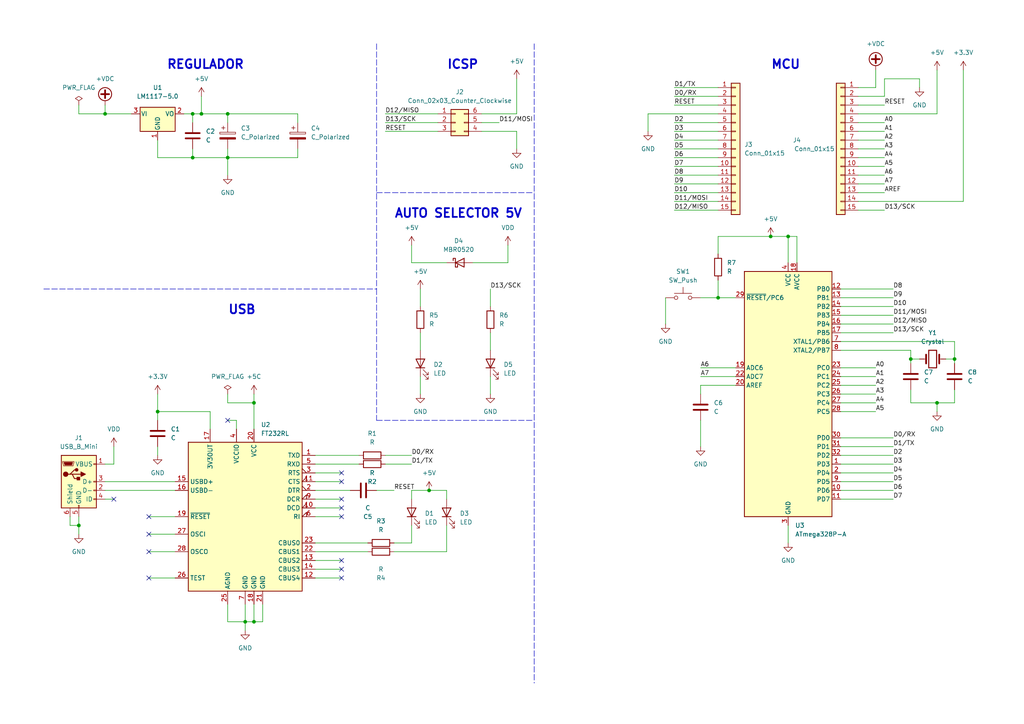
<source format=kicad_sch>
(kicad_sch (version 20211123) (generator eeschema)
  (paper "A4")
  (title_block (title "ARDUINO NANO") (date "2022-07-28") (rev "V1.0") (company "AUTOR: ROBERTO FEDERICO FARFAN") (comment 1 "Licencia: CC BY-NC-SA"))
  (lib_symbols
    (symbol "Connector:USB_B_Mini" (pin_names (offset 1.016))
      (property "Reference" "J" (at -5.08 11.43 0))
      (property "Value" "USB_B_Mini" (at -5.08 8.89 0))
      (symbol "USB_B_Mini_0_1"
        (rectangle (start -5.08 -7.62) (end 5.08 7.62) (stroke (width 0.254)) (fill (type background)))
        (circle (center -3.81 2.159) (radius 0.635) (stroke (width 0.254)) (fill (type outline)))
        (circle (center -0.635 3.429) (radius 0.381) (stroke (width 0.254)) (fill (type outline)))
        (rectangle (start -0.127 -7.62) (end 0.127 -6.858))
        (polyline (pts (xy -1.905 2.159) (xy 0.635 2.159)) (stroke (width 0.254)))
        (polyline (pts (xy -3.175 2.159) (xy -2.54 2.159) (xy -1.27 3.429) (xy -0.635 3.429)) (stroke (width 0.254)))
        (polyline (pts (xy -2.54 2.159) (xy -1.905 2.159) (xy -1.27 0.889) (xy 0 0.889)) (stroke (width 0.254)))
        (polyline (pts (xy 0.635 2.794) (xy 0.635 1.524) (xy 1.905 2.159) (xy 0.635 2.794)) (stroke (width 0.254)) (fill (type outline)))
        (polyline (pts (xy -4.318 5.588) (xy -1.778 5.588) (xy -2.032 4.826) (xy -4.064 4.826) (xy -4.318 5.588)) (fill (type outline)))
        (polyline (pts (xy -4.699 5.842) (xy -4.699 5.588) (xy -4.445 4.826) (xy -4.445 4.572) (xy -1.651 4.572) (xy -1.651 4.826) (xy -1.397 5.588) (xy -1.397 5.842) (xy -4.699 5.842)))
        (rectangle (start 0.254 1.27) (end -0.508 0.508) (stroke (width 0.254)) (fill (type outline)))
        (rectangle (start 5.08 -5.207) (end 4.318 -4.953))
        (rectangle (start 5.08 -2.667) (end 4.318 -2.413))
        (rectangle (start 5.08 -0.127) (end 4.318 0.127))
        (rectangle (start 5.08 4.953) (end 4.318 5.207))
      )
      (symbol "USB_B_Mini_1_1"
        (pin power_out line (at 7.62 5.08 180) (length 2.54) (name "VBUS") (number "1"))
        (pin bidirectional line (at 7.62 -2.54 180) (length 2.54) (name "D-") (number "2"))
        (pin bidirectional line (at 7.62 0 180) (length 2.54) (name "D+") (number "3"))
        (pin passive line (at 7.62 -5.08 180) (length 2.54) (name "ID") (number "4"))
        (pin power_out line (at 0 -10.16 90) (length 2.54) (name "GND") (number "5"))
        (pin passive line (at -2.54 -10.16 90) (length 2.54) (name "Shield") (number "6"))
      )
    )
    (symbol "Connector_Generic:Conn_01x15" (pin_names (offset 1.016) hide)
      (property "Reference" "J" (at 0 20.32 0))
      (property "Value" "Conn_01x15" (at 0 -20.32 0))
      (symbol "Conn_01x15_1_1"
        (rectangle (start -1.27 -17.653) (end 0 -17.907) (stroke (width 0.1524)))
        (rectangle (start -1.27 -15.113) (end 0 -15.367) (stroke (width 0.1524)))
        (rectangle (start -1.27 -12.573) (end 0 -12.827) (stroke (width 0.1524)))
        (rectangle (start -1.27 -10.033) (end 0 -10.287) (stroke (width 0.1524)))
        (rectangle (start -1.27 -7.493) (end 0 -7.747) (stroke (width 0.1524)))
        (rectangle (start -1.27 -4.953) (end 0 -5.207) (stroke (width 0.1524)))
        (rectangle (start -1.27 -2.413) (end 0 -2.667) (stroke (width 0.1524)))
        (rectangle (start -1.27 0.127) (end 0 -0.127) (stroke (width 0.1524)))
        (rectangle (start -1.27 2.667) (end 0 2.413) (stroke (width 0.1524)))
        (rectangle (start -1.27 5.207) (end 0 4.953) (stroke (width 0.1524)))
        (rectangle (start -1.27 7.747) (end 0 7.493) (stroke (width 0.1524)))
        (rectangle (start -1.27 10.287) (end 0 10.033) (stroke (width 0.1524)))
        (rectangle (start -1.27 12.827) (end 0 12.573) (stroke (width 0.1524)))
        (rectangle (start -1.27 15.367) (end 0 15.113) (stroke (width 0.1524)))
        (rectangle (start -1.27 17.907) (end 0 17.653) (stroke (width 0.1524)))
        (rectangle (start -1.27 19.05) (end 1.27 -19.05) (stroke (width 0.254)) (fill (type background)))
        (pin passive line (at -5.08 17.78 0) (length 3.81) (name "Pin_1") (number "1"))
        (pin passive line (at -5.08 -5.08 0) (length 3.81) (name "Pin_10") (number "10"))
        (pin passive line (at -5.08 -7.62 0) (length 3.81) (name "Pin_11") (number "11"))
        (pin passive line (at -5.08 -10.16 0) (length 3.81) (name "Pin_12") (number "12"))
        (pin passive line (at -5.08 -12.7 0) (length 3.81) (name "Pin_13") (number "13"))
        (pin passive line (at -5.08 -15.24 0) (length 3.81) (name "Pin_14") (number "14"))
        (pin passive line (at -5.08 -17.78 0) (length 3.81) (name "Pin_15") (number "15"))
        (pin passive line (at -5.08 15.24 0) (length 3.81) (name "Pin_2") (number "2"))
        (pin passive line (at -5.08 12.7 0) (length 3.81) (name "Pin_3") (number "3"))
        (pin passive line (at -5.08 10.16 0) (length 3.81) (name "Pin_4") (number "4"))
        (pin passive line (at -5.08 7.62 0) (length 3.81) (name "Pin_5") (number "5"))
        (pin passive line (at -5.08 5.08 0) (length 3.81) (name "Pin_6") (number "6"))
        (pin passive line (at -5.08 2.54 0) (length 3.81) (name "Pin_7") (number "7"))
        (pin passive line (at -5.08 0 0) (length 3.81) (name "Pin_8") (number "8"))
        (pin passive line (at -5.08 -2.54 0) (length 3.81) (name "Pin_9") (number "9"))
      )
    )
    (symbol "Connector_Generic:Conn_02x03_Counter_Clockwise" (pin_names (offset 1.016) hide)
      (property "Reference" "J" (at 1.27 5.08 0))
      (property "Value" "Conn_02x03_Counter_Clockwise" (at 1.27 -5.08 0))
      (symbol "Conn_02x03_Counter_Clockwise_1_1"
        (rectangle (start -1.27 -2.413) (end 0 -2.667) (stroke (width 0.1524)))
        (rectangle (start -1.27 0.127) (end 0 -0.127) (stroke (width 0.1524)))
        (rectangle (start -1.27 2.667) (end 0 2.413) (stroke (width 0.1524)))
        (rectangle (start -1.27 3.81) (end 3.81 -3.81) (stroke (width 0.254)) (fill (type background)))
        (rectangle (start 3.81 -2.413) (end 2.54 -2.667) (stroke (width 0.1524)))
        (rectangle (start 3.81 0.127) (end 2.54 -0.127) (stroke (width 0.1524)))
        (rectangle (start 3.81 2.667) (end 2.54 2.413) (stroke (width 0.1524)))
        (pin passive line (at -5.08 2.54 0) (length 3.81) (name "Pin_1") (number "1"))
        (pin passive line (at -5.08 0 0) (length 3.81) (name "Pin_2") (number "2"))
        (pin passive line (at -5.08 -2.54 0) (length 3.81) (name "Pin_3") (number "3"))
        (pin passive line (at 7.62 -2.54 180) (length 3.81) (name "Pin_4") (number "4"))
        (pin passive line (at 7.62 0 180) (length 3.81) (name "Pin_5") (number "5"))
        (pin passive line (at 7.62 2.54 180) (length 3.81) (name "Pin_6") (number "6"))
      )
    )
    (symbol "Device:C" (pin_numbers hide) (pin_names (offset 0.254))
      (property "Reference" "C" (at 0.635 2.54 0))
      (property "Value" "C" (at 0.635 -2.54 0))
      (symbol "C_0_1"
        (polyline (pts (xy -2.032 -0.762) (xy 2.032 -0.762)) (stroke (width 0.508)))
        (polyline (pts (xy -2.032 0.762) (xy 2.032 0.762)) (stroke (width 0.508)))
      )
      (symbol "C_1_1"
        (pin passive line (at 0 3.81 270) (length 2.794) (name "~") (number "1"))
        (pin passive line (at 0 -3.81 90) (length 2.794) (name "~") (number "2"))
      )
    )
    (symbol "Device:C_Polarized" (pin_numbers hide) (pin_names (offset 0.254))
      (property "Reference" "C" (at 0.635 2.54 0))
      (property "Value" "C_Polarized" (at 0.635 -2.54 0))
      (symbol "C_Polarized_0_1"
        (rectangle (start -2.286 0.508) (end 2.286 1.016))
        (polyline (pts (xy -1.778 2.286) (xy -0.762 2.286)))
        (polyline (pts (xy -1.27 2.794) (xy -1.27 1.778)))
        (rectangle (start 2.286 -0.508) (end -2.286 -1.016) (fill (type outline)))
      )
      (symbol "C_Polarized_1_1"
        (pin passive line (at 0 3.81 270) (length 2.794) (name "~") (number "1"))
        (pin passive line (at 0 -3.81 90) (length 2.794) (name "~") (number "2"))
      )
    )
    (symbol "Device:Crystal" (pin_numbers hide) (pin_names (offset 1.016) hide)
      (property "Reference" "Y" (at 0 3.81 0))
      (property "Value" "Crystal" (at 0 -3.81 0))
      (symbol "Crystal_0_1"
        (rectangle (start -1.143 2.54) (end 1.143 -2.54) (stroke (width 0.3048)))
        (polyline (pts (xy -2.54 0) (xy -1.905 0)))
        (polyline (pts (xy -1.905 -1.27) (xy -1.905 1.27)) (stroke (width 0.508)))
        (polyline (pts (xy 1.905 -1.27) (xy 1.905 1.27)) (stroke (width 0.508)))
        (polyline (pts (xy 2.54 0) (xy 1.905 0)))
      )
      (symbol "Crystal_1_1"
        (pin passive line (at -3.81 0 0) (length 1.27) (name "1") (number "1"))
        (pin passive line (at 3.81 0 180) (length 1.27) (name "2") (number "2"))
      )
    )
    (symbol "Device:LED" (pin_numbers hide) (pin_names (offset 1.016) hide)
      (property "Reference" "D" (at 0 2.54 0))
      (property "Value" "LED" (at 0 -2.54 0))
      (symbol "LED_0_1"
        (polyline (pts (xy -1.27 -1.27) (xy -1.27 1.27)) (stroke (width 0.254)))
        (polyline (pts (xy -1.27 0) (xy 1.27 0)))
        (polyline (pts (xy 1.27 -1.27) (xy 1.27 1.27) (xy -1.27 0) (xy 1.27 -1.27)) (stroke (width 0.254)))
        (polyline (pts (xy -3.048 -0.762) (xy -4.572 -2.286) (xy -3.81 -2.286) (xy -4.572 -2.286) (xy -4.572 -1.524)))
        (polyline (pts (xy -1.778 -0.762) (xy -3.302 -2.286) (xy -2.54 -2.286) (xy -3.302 -2.286) (xy -3.302 -1.524)))
      )
      (symbol "LED_1_1"
        (pin passive line (at -3.81 0 0) (length 2.54) (name "K") (number "1"))
        (pin passive line (at 3.81 0 180) (length 2.54) (name "A") (number "2"))
      )
    )
    (symbol "Device:R" (pin_numbers hide) (pin_names (offset 0))
      (property "Reference" "R" (at 2.032 0 90))
      (property "Value" "R" (at 0 0 90))
      (symbol "R_0_1"
        (rectangle (start -1.016 -2.54) (end 1.016 2.54) (stroke (width 0.254)))
      )
      (symbol "R_1_1"
        (pin passive line (at 0 3.81 270) (length 1.27) (name "~") (number "1"))
        (pin passive line (at 0 -3.81 90) (length 1.27) (name "~") (number "2"))
      )
    )
    (symbol "Diode:MBR0520" (pin_numbers hide) (pin_names (offset 1.016) hide)
      (property "Reference" "D" (at 0 2.54 0))
      (property "Value" "MBR0520" (at 0 -2.54 0))
      (symbol "MBR0520_0_1"
        (polyline (pts (xy 1.27 0) (xy -1.27 0)))
        (polyline (pts (xy 1.27 1.27) (xy 1.27 -1.27) (xy -1.27 0) (xy 1.27 1.27)) (stroke (width 0.254)))
        (polyline (pts (xy -1.905 0.635) (xy -1.905 1.27) (xy -1.27 1.27) (xy -1.27 -1.27) (xy -0.635 -1.27) (xy -0.635 -0.635)) (stroke (width 0.254)))
      )
      (symbol "MBR0520_1_1"
        (pin passive line (at -3.81 0 0) (length 2.54) (name "K") (number "1"))
        (pin passive line (at 3.81 0 180) (length 2.54) (name "A") (number "2"))
      )
    )
    (symbol "Interface_USB:FT232RL"
      (property "Reference" "U?" (at 4.5594 26.67 0))
      (property "Value" "FT232RL" (at 4.5594 24.13 0))
      (symbol "FT232RL_0_1"
        (rectangle (start -16.51 21.59) (end 16.51 -21.59) (stroke (width 0.254)) (fill (type background)))
      )
      (symbol "FT232RL_1_1"
        (pin output line (at 20.32 17.78 180) (length 3.81) (name "TXD") (number "1"))
        (pin input input_low (at 20.32 2.54 180) (length 3.81) (name "DCD") (number "10"))
        (pin input input_low (at 20.32 10.16 180) (length 3.81) (name "CTS") (number "11"))
        (pin bidirectional line (at 20.32 -17.78 180) (length 3.81) (name "CBUS4") (number "12"))
        (pin bidirectional line (at 20.32 -12.7 180) (length 3.81) (name "CBUS2") (number "13"))
        (pin bidirectional line (at 20.32 -15.24 180) (length 3.81) (name "CBUS3") (number "14"))
        (pin bidirectional line (at -20.32 10.16 0) (length 3.81) (name "USBD+") (number "15"))
        (pin bidirectional line (at -20.32 7.62 0) (length 3.81) (name "USBD-") (number "16"))
        (pin power_out line (at -10.16 25.4 270) (length 3.81) (name "3V3OUT") (number "17"))
        (pin power_in line (at 2.54 -25.4 90) (length 3.81) (name "GND") (number "18"))
        (pin input line (at -20.32 0 0) (length 3.81) (name "~{RESET}") (number "19"))
        (pin output output_low (at 20.32 7.62 180) (length 3.81) (name "DTR") (number "2"))
        (pin power_in line (at 2.54 25.4 270) (length 3.81) (name "VCC") (number "20"))
        (pin power_in line (at 5.08 -25.4 90) (length 3.81) (name "GND") (number "21"))
        (pin bidirectional line (at 20.32 -10.16 180) (length 3.81) (name "CBUS1") (number "22"))
        (pin bidirectional line (at 20.32 -7.62 180) (length 3.81) (name "CBUS0") (number "23"))
        (pin power_in line (at -5.08 -25.4 90) (length 3.81) (name "AGND") (number "25"))
        (pin input line (at -20.32 -17.78 0) (length 3.81) (name "TEST") (number "26"))
        (pin input line (at -20.32 -5.08 0) (length 3.81) (name "OSCI") (number "27"))
        (pin output line (at -20.32 -10.16 0) (length 3.81) (name "OSCO") (number "28"))
        (pin output output_low (at 20.32 12.7 180) (length 3.81) (name "RTS") (number "3"))
        (pin power_in line (at -2.54 25.4 270) (length 3.81) (name "VCCIO") (number "4"))
        (pin input line (at 20.32 15.24 180) (length 3.81) (name "RXD") (number "5"))
        (pin input input_low (at 20.32 0 180) (length 3.81) (name "RI") (number "6"))
        (pin power_in line (at 0 -25.4 90) (length 3.81) (name "GND") (number "7"))
        (pin input input_low (at 20.32 5.08 180) (length 3.81) (name "DCR") (number "9"))
      )
    )
    (symbol "MCU_Microchip_ATmega:ATmega328P-A"
      (property "Reference" "U?" (at 2.0194 -38.1 0))
      (property "Value" "ATmega328P-A" (at 2.0194 -40.64 0))
      (symbol "ATmega328P-A_0_1"
        (rectangle (start -12.7 -35.56) (end 12.7 35.56) (stroke (width 0.254)) (fill (type background)))
      )
      (symbol "ATmega328P-A_1_1"
        (pin bidirectional line (at 15.24 -20.32 180) (length 2.54) (name "PD3") (number "1"))
        (pin bidirectional line (at 15.24 -27.94 180) (length 2.54) (name "PD6") (number "10"))
        (pin bidirectional line (at 15.24 -30.48 180) (length 2.54) (name "PD7") (number "11"))
        (pin bidirectional line (at 15.24 30.48 180) (length 2.54) (name "PB0") (number "12"))
        (pin bidirectional line (at 15.24 27.94 180) (length 2.54) (name "PB1") (number "13"))
        (pin bidirectional line (at 15.24 25.4 180) (length 2.54) (name "PB2") (number "14"))
        (pin bidirectional line (at 15.24 22.86 180) (length 2.54) (name "PB3") (number "15"))
        (pin bidirectional line (at 15.24 20.32 180) (length 2.54) (name "PB4") (number "16"))
        (pin bidirectional line (at 15.24 17.78 180) (length 2.54) (name "PB5") (number "17"))
        (pin power_in line (at 2.54 38.1 270) (length 2.54) (name "AVCC") (number "18"))
        (pin input line (at -15.24 7.62 0) (length 2.54) (name "ADC6") (number "19"))
        (pin bidirectional line (at 15.24 -22.86 180) (length 2.54) (name "PD4") (number "2"))
        (pin passive line (at -15.24 2.54 0) (length 2.54) (name "AREF") (number "20"))
        (pin passive line (at 0 -38.1 90) (length 2.54) hide (name "GND") (number "21"))
        (pin input line (at -15.24 5.08 0) (length 2.54) (name "ADC7") (number "22"))
        (pin bidirectional line (at 15.24 7.62 180) (length 2.54) (name "PC0") (number "23"))
        (pin bidirectional line (at 15.24 5.08 180) (length 2.54) (name "PC1") (number "24"))
        (pin bidirectional line (at 15.24 2.54 180) (length 2.54) (name "PC2") (number "25"))
        (pin bidirectional line (at 15.24 0 180) (length 2.54) (name "PC3") (number "26"))
        (pin bidirectional line (at 15.24 -2.54 180) (length 2.54) (name "PC4") (number "27"))
        (pin bidirectional line (at 15.24 -5.08 180) (length 2.54) (name "PC5") (number "28"))
        (pin bidirectional line (at -15.24 27.94 0) (length 2.54) (name "~{RESET}/PC6") (number "29"))
        (pin power_in line (at 0 -38.1 90) (length 2.54) (name "GND") (number "3"))
        (pin bidirectional line (at 15.24 -12.7 180) (length 2.54) (name "PD0") (number "30"))
        (pin bidirectional line (at 15.24 -15.24 180) (length 2.54) (name "PD1") (number "31"))
        (pin bidirectional line (at 15.24 -17.78 180) (length 2.54) (name "PD2") (number "32"))
        (pin power_in line (at 0 38.1 270) (length 2.54) (name "VCC") (number "4"))
        (pin passive line (at 0 -38.1 90) (length 2.54) hide (name "GND") (number "5"))
        (pin passive line (at 0 38.1 270) (length 2.54) hide (name "VCC") (number "6"))
        (pin bidirectional line (at 15.24 15.24 180) (length 2.54) (name "XTAL1/PB6") (number "7"))
        (pin bidirectional line (at 15.24 12.7 180) (length 2.54) (name "XTAL2/PB7") (number "8"))
        (pin bidirectional line (at 15.24 -25.4 180) (length 2.54) (name "PD5") (number "9"))
      )
    )
    (symbol "Regulator_Linear:LM1117-5.0" (pin_names (offset 0.254))
      (property "Reference" "U" (at -3.81 3.175 0))
      (property "Value" "LM1117-5.0" (at 0 3.175 0))
      (symbol "LM1117-5.0_0_1"
        (rectangle (start -5.08 -5.08) (end 5.08 1.905) (stroke (width 0.254)) (fill (type background)))
      )
      (symbol "LM1117-5.0_1_1"
        (pin power_in line (at 0 -7.62 90) (length 2.54) (name "GND") (number "1"))
        (pin power_out line (at 7.62 0 180) (length 2.54) (name "VO") (number "2"))
        (pin power_in line (at -7.62 0 0) (length 2.54) (name "VI") (number "3"))
      )
    )
    (symbol "Switch:SW_Push" (pin_numbers hide) (pin_names (offset 1.016) hide)
      (property "Reference" "SW" (at 1.27 2.54 0))
      (property "Value" "SW_Push" (at 0 -1.524 0))
      (symbol "SW_Push_0_1"
        (circle (center -2.032 0) (radius 0.508))
        (polyline (pts (xy 0 1.27) (xy 0 3.048)))
        (polyline (pts (xy 2.54 1.27) (xy -2.54 1.27)))
        (circle (center 2.032 0) (radius 0.508))
        (pin passive line (at -5.08 0 0) (length 2.54) (name "1") (number "1"))
        (pin passive line (at 5.08 0 180) (length 2.54) (name "2") (number "2"))
      )
    )
    (symbol "power:+3.3V" (power) (pin_names (offset 0))
      (property "Value" "+3.3V" (at 0 3.556 0))
      (symbol "+3.3V_0_1"
        (polyline (pts (xy -0.762 1.27) (xy 0 2.54)))
        (polyline (pts (xy 0 0) (xy 0 2.54)))
        (polyline (pts (xy 0 2.54) (xy 0.762 1.27)))
      )
      (symbol "+3.3V_1_1"
        (pin power_in line (at 0 0 90) (length 0) hide (name "+3.3V") (number "1"))
      )
    )
    (symbol "power:+5C" (power) (pin_names (offset 0))
      (property "Value" "+5C" (at 0 3.556 0))
      (symbol "+5C_0_1"
        (polyline (pts (xy -0.762 1.27) (xy 0 2.54)))
        (polyline (pts (xy 0 0) (xy 0 2.54)))
        (polyline (pts (xy 0 2.54) (xy 0.762 1.27)))
      )
      (symbol "+5C_1_1"
        (pin power_in line (at 0 0 90) (length 0) hide (name "+5C") (number "1"))
      )
    )
    (symbol "power:+5V" (power) (pin_names (offset 0))
      (property "Value" "+5V" (at 0 3.556 0))
      (symbol "+5V_0_1"
        (polyline (pts (xy -0.762 1.27) (xy 0 2.54)))
        (polyline (pts (xy 0 0) (xy 0 2.54)))
        (polyline (pts (xy 0 2.54) (xy 0.762 1.27)))
      )
      (symbol "+5V_1_1"
        (pin power_in line (at 0 0 90) (length 0) hide (name "+5V") (number "1"))
      )
    )
    (symbol "power:+VDC" (power) (pin_names (offset 0))
      (property "Value" "+VDC" (at 0 6.35 0))
      (symbol "+VDC_0_1"
        (polyline (pts (xy -1.143 3.175) (xy 1.143 3.175)) (stroke (width 0.508)))
        (polyline (pts (xy 0 0) (xy 0 1.27)))
        (polyline (pts (xy 0 2.032) (xy 0 4.318)) (stroke (width 0.508)))
        (circle (center 0 3.175) (radius 1.905) (stroke (width 0.254)))
      )
      (symbol "+VDC_1_1"
        (pin power_in line (at 0 0 90) (length 0) hide (name "+VDC") (number "1"))
      )
    )
    (symbol "power:GND" (power) (pin_names (offset 0))
      (property "Value" "GND" (at 0 -3.81 0))
      (symbol "GND_0_1"
        (polyline (pts (xy 0 0) (xy 0 -1.27) (xy 1.27 -1.27) (xy 0 -2.54) (xy -1.27 -1.27) (xy 0 -1.27)))
      )
      (symbol "GND_1_1"
        (pin power_in line (at 0 0 270) (length 0) hide (name "GND") (number "1"))
      )
    )
    (symbol "power:PWR_FLAG" (power) (pin_numbers hide) (pin_names (offset 0) hide)
      (property "Value" "PWR_FLAG" (at 0 3.81 0))
      (symbol "PWR_FLAG_0_0"
        (pin power_out line (at 0 0 90) (length 0) (name "pwr") (number "1"))
      )
      (symbol "PWR_FLAG_0_1"
        (polyline (pts (xy 0 0) (xy 0 1.27) (xy -1.016 1.905) (xy 0 2.54) (xy 1.016 1.905) (xy 0 1.27)))
      )
    )
    (symbol "power:VDD" (power) (pin_names (offset 0))
      (property "Value" "VDD" (at 0 3.81 0))
      (symbol "VDD_0_1"
        (polyline (pts (xy -0.762 1.27) (xy 0 2.54)))
        (polyline (pts (xy 0 0) (xy 0 2.54)))
        (polyline (pts (xy 0 2.54) (xy 0.762 1.27)))
      )
      (symbol "VDD_1_1"
        (pin power_in line (at 0 0 90) (length 0) hide (name "VDD") (number "1"))
      )
    )
  )
  (junction (at 228.6 68.58))
  (junction (at 73.66 116.84))
  (junction (at 276.86 104.14))
  (junction (at 58.42 33.02))
  (junction (at 124.46 142.24))
  (junction (at 71.12 180.34))
  (junction (at 22.86 152.4))
  (junction (at 73.66 180.34))
  (junction (at 264.16 104.14))
  (junction (at 271.78 116.84))
  (junction (at 223.52 68.58))
  (junction (at 30.48 33.02))
  (junction (at 45.72 119.38))
  (junction (at 55.88 45.72))
  (junction (at 66.04 33.02))
  (junction (at 208.28 86.36))
  (junction (at 66.04 45.72))
  (junction (at 55.88 33.02))
  (no_connect (at 43.18 154.94))
  (no_connect (at 43.18 160.02))
  (no_connect (at 43.18 167.64))
  (no_connect (at 43.18 149.86))
  (no_connect (at 66.04 121.92))
  (no_connect (at 99.06 139.7))
  (no_connect (at 99.06 144.78))
  (no_connect (at 99.06 147.32))
  (no_connect (at 99.06 149.86))
  (no_connect (at 99.06 137.16))
  (no_connect (at 99.06 165.1))
  (no_connect (at 99.06 167.64))
  (no_connect (at 99.06 162.56))
  (no_connect (at 33.02 144.78))
  (wire (pts (xy 139.7 33.02) (xy 149.86 33.02)))
  (wire (pts (xy 195.58 48.26) (xy 208.28 48.26)))
  (wire (pts (xy 276.86 104.14) (xy 276.86 105.41)))
  (wire (pts (xy 121.92 96.52) (xy 121.92 101.6)))
  (wire (pts (xy 109.22 142.24) (xy 114.3 142.24)))
  (wire (pts (xy 248.92 33.02) (xy 271.78 33.02)))
  (wire (pts (xy 279.4 58.42) (xy 279.4 20.32)))
  (wire (pts (xy 271.78 116.84) (xy 271.78 119.38)))
  (wire (pts (xy 243.84 106.68) (xy 254 106.68)))
  (wire (pts (xy 243.84 129.54) (xy 259.08 129.54)))
  (wire (pts (xy 187.96 33.02) (xy 208.28 33.02)))
  (wire (pts (xy 43.18 167.64) (xy 50.8 167.64)))
  (wire (pts (xy 22.86 149.86) (xy 22.86 152.4)))
  (wire (pts (xy 91.44 139.7) (xy 99.06 139.7)))
  (wire (pts (xy 58.42 33.02) (xy 58.42 27.94)))
  (wire (pts (xy 203.2 121.92) (xy 203.2 129.54)))
  (wire (pts (xy 276.86 113.03) (xy 276.86 116.84)))
  (wire (pts (xy 30.48 139.7) (xy 50.8 139.7)))
  (polyline (pts (xy 109.22 83.82) (xy 109.22 121.92)))
  (wire (pts (xy 248.92 45.72) (xy 256.54 45.72)))
  (wire (pts (xy 45.72 119.38) (xy 45.72 121.92)))
  (wire (pts (xy 203.2 86.36) (xy 208.28 86.36)))
  (wire (pts (xy 38.1 33.02) (xy 30.48 33.02)))
  (wire (pts (xy 55.88 33.02) (xy 55.88 35.56)))
  (wire (pts (xy 66.04 43.18) (xy 66.04 45.72)))
  (wire (pts (xy 187.96 38.1) (xy 187.96 33.02)))
  (wire (pts (xy 33.02 134.62) (xy 33.02 129.54)))
  (wire (pts (xy 264.16 101.6) (xy 264.16 104.14)))
  (wire (pts (xy 243.84 109.22) (xy 254 109.22)))
  (wire (pts (xy 243.84 132.08) (xy 259.08 132.08)))
  (wire (pts (xy 91.44 137.16) (xy 99.06 137.16)))
  (wire (pts (xy 149.86 33.02) (xy 149.86 22.86)))
  (wire (pts (xy 208.28 68.58) (xy 208.28 73.66)))
  (wire (pts (xy 91.44 142.24) (xy 101.6 142.24)))
  (wire (pts (xy 111.76 35.56) (xy 127 35.56)))
  (wire (pts (xy 137.16 76.2) (xy 147.32 76.2)))
  (wire (pts (xy 208.28 86.36) (xy 213.36 86.36)))
  (wire (pts (xy 66.04 33.02) (xy 66.04 35.56)))
  (wire (pts (xy 76.2 175.26) (xy 76.2 180.34)))
  (wire (pts (xy 22.86 152.4) (xy 22.86 154.94)))
  (wire (pts (xy 91.44 134.62) (xy 104.14 134.62)))
  (wire (pts (xy 66.04 114.3) (xy 66.04 116.84)))
  (wire (pts (xy 193.04 86.36) (xy 193.04 93.98)))
  (polyline (pts (xy 109.22 121.92) (xy 154.94 121.92)))
  (wire (pts (xy 129.54 142.24) (xy 129.54 144.78)))
  (wire (pts (xy 195.58 40.64) (xy 208.28 40.64)))
  (wire (pts (xy 243.84 91.44) (xy 259.08 91.44)))
  (wire (pts (xy 248.92 58.42) (xy 279.4 58.42)))
  (wire (pts (xy 60.96 124.46) (xy 60.96 119.38)))
  (wire (pts (xy 91.44 167.64) (xy 99.06 167.64)))
  (wire (pts (xy 231.14 68.58) (xy 228.6 68.58)))
  (wire (pts (xy 147.32 76.2) (xy 147.32 71.12)))
  (wire (pts (xy 203.2 111.76) (xy 213.36 111.76)))
  (wire (pts (xy 195.58 30.48) (xy 208.28 30.48)))
  (wire (pts (xy 114.3 160.02) (xy 129.54 160.02)))
  (wire (pts (xy 91.44 147.32) (xy 99.06 147.32)))
  (wire (pts (xy 203.2 106.68) (xy 213.36 106.68)))
  (wire (pts (xy 30.48 142.24) (xy 50.8 142.24)))
  (wire (pts (xy 195.58 27.94) (xy 208.28 27.94)))
  (wire (pts (xy 248.92 35.56) (xy 256.54 35.56)))
  (wire (pts (xy 203.2 114.3) (xy 203.2 111.76)))
  (wire (pts (xy 276.86 99.06) (xy 276.86 104.14)))
  (wire (pts (xy 243.84 137.16) (xy 259.08 137.16)))
  (wire (pts (xy 195.58 58.42) (xy 208.28 58.42)))
  (wire (pts (xy 264.16 113.03) (xy 264.16 116.84)))
  (wire (pts (xy 223.52 68.58) (xy 208.28 68.58)))
  (wire (pts (xy 228.6 68.58) (xy 223.52 68.58)))
  (wire (pts (xy 243.84 88.9) (xy 259.08 88.9)))
  (wire (pts (xy 55.88 43.18) (xy 55.88 45.72)))
  (wire (pts (xy 45.72 114.3) (xy 45.72 119.38)))
  (wire (pts (xy 243.84 127) (xy 259.08 127)))
  (wire (pts (xy 264.16 104.14) (xy 264.16 105.41)))
  (polyline (pts (xy 109.22 12.7) (xy 109.22 83.82)))
  (wire (pts (xy 66.04 45.72) (xy 55.88 45.72)))
  (wire (pts (xy 66.04 116.84) (xy 73.66 116.84)))
  (wire (pts (xy 142.24 109.22) (xy 142.24 114.3)))
  (wire (pts (xy 142.24 96.52) (xy 142.24 101.6)))
  (wire (pts (xy 195.58 43.18) (xy 208.28 43.18)))
  (wire (pts (xy 22.86 33.02) (xy 30.48 33.02)))
  (wire (pts (xy 228.6 152.4) (xy 228.6 157.48)))
  (wire (pts (xy 111.76 38.1) (xy 127 38.1)))
  (wire (pts (xy 243.84 114.3) (xy 254 114.3)))
  (wire (pts (xy 30.48 144.78) (xy 33.02 144.78)))
  (wire (pts (xy 66.04 33.02) (xy 86.36 33.02)))
  (wire (pts (xy 195.58 38.1) (xy 208.28 38.1)))
  (wire (pts (xy 91.44 162.56) (xy 99.06 162.56)))
  (wire (pts (xy 248.92 30.48) (xy 256.54 30.48)))
  (wire (pts (xy 256.54 22.86) (xy 266.7 22.86)))
  (wire (pts (xy 243.84 101.6) (xy 264.16 101.6)))
  (wire (pts (xy 91.44 149.86) (xy 99.06 149.86)))
  (wire (pts (xy 71.12 180.34) (xy 71.12 182.88)))
  (polyline (pts (xy 109.22 55.88) (xy 154.94 55.88)))
  (wire (pts (xy 53.34 33.02) (xy 55.88 33.02)))
  (wire (pts (xy 271.78 20.32) (xy 271.78 33.02)))
  (wire (pts (xy 43.18 154.94) (xy 50.8 154.94)))
  (wire (pts (xy 20.32 152.4) (xy 22.86 152.4)))
  (wire (pts (xy 76.2 180.34) (xy 73.66 180.34)))
  (wire (pts (xy 119.38 142.24) (xy 124.46 142.24)))
  (wire (pts (xy 86.36 43.18) (xy 86.36 45.72)))
  (wire (pts (xy 195.58 45.72) (xy 208.28 45.72)))
  (wire (pts (xy 73.66 175.26) (xy 73.66 180.34)))
  (wire (pts (xy 73.66 114.3) (xy 73.66 116.84)))
  (wire (pts (xy 73.66 180.34) (xy 71.12 180.34)))
  (wire (pts (xy 195.58 25.4) (xy 208.28 25.4)))
  (wire (pts (xy 66.04 45.72) (xy 66.04 50.8)))
  (wire (pts (xy 30.48 134.62) (xy 33.02 134.62)))
  (wire (pts (xy 248.92 60.96) (xy 256.54 60.96)))
  (wire (pts (xy 43.18 160.02) (xy 50.8 160.02)))
  (wire (pts (xy 228.6 76.2) (xy 228.6 68.58)))
  (wire (pts (xy 111.76 33.02) (xy 127 33.02)))
  (wire (pts (xy 91.44 132.08) (xy 104.14 132.08)))
  (wire (pts (xy 231.14 76.2) (xy 231.14 68.58)))
  (wire (pts (xy 66.04 180.34) (xy 71.12 180.34)))
  (wire (pts (xy 264.16 116.84) (xy 271.78 116.84)))
  (wire (pts (xy 254 25.4) (xy 254 20.32)))
  (wire (pts (xy 119.38 76.2) (xy 119.38 71.12)))
  (wire (pts (xy 243.84 134.62) (xy 259.08 134.62)))
  (wire (pts (xy 248.92 43.18) (xy 256.54 43.18)))
  (wire (pts (xy 129.54 76.2) (xy 119.38 76.2)))
  (wire (pts (xy 243.84 142.24) (xy 259.08 142.24)))
  (wire (pts (xy 248.92 40.64) (xy 256.54 40.64)))
  (wire (pts (xy 256.54 27.94) (xy 256.54 22.86)))
  (wire (pts (xy 45.72 129.54) (xy 45.72 132.08)))
  (wire (pts (xy 111.76 132.08) (xy 119.38 132.08)))
  (wire (pts (xy 114.3 157.48) (xy 119.38 157.48)))
  (wire (pts (xy 243.84 111.76) (xy 254 111.76)))
  (wire (pts (xy 243.84 93.98) (xy 259.08 93.98)))
  (wire (pts (xy 243.84 86.36) (xy 259.08 86.36)))
  (wire (pts (xy 248.92 55.88) (xy 256.54 55.88)))
  (wire (pts (xy 121.92 83.82) (xy 121.92 88.9)))
  (wire (pts (xy 248.92 38.1) (xy 256.54 38.1)))
  (wire (pts (xy 121.92 109.22) (xy 121.92 114.3)))
  (wire (pts (xy 243.84 139.7) (xy 259.08 139.7)))
  (wire (pts (xy 43.18 149.86) (xy 50.8 149.86)))
  (wire (pts (xy 73.66 116.84) (xy 73.66 124.46)))
  (wire (pts (xy 274.32 104.14) (xy 276.86 104.14)))
  (wire (pts (xy 129.54 160.02) (xy 129.54 152.4)))
  (wire (pts (xy 243.84 116.84) (xy 254 116.84)))
  (wire (pts (xy 243.84 99.06) (xy 276.86 99.06)))
  (wire (pts (xy 66.04 121.92) (xy 68.58 121.92)))
  (polyline (pts (xy 154.94 12.7) (xy 154.94 198.12)))
  (wire (pts (xy 91.44 157.48) (xy 106.68 157.48)))
  (wire (pts (xy 264.16 104.14) (xy 266.7 104.14)))
  (wire (pts (xy 208.28 81.28) (xy 208.28 86.36)))
  (wire (pts (xy 119.38 144.78) (xy 119.38 142.24)))
  (wire (pts (xy 248.92 50.8) (xy 256.54 50.8)))
  (wire (pts (xy 91.44 160.02) (xy 106.68 160.02)))
  (wire (pts (xy 195.58 35.56) (xy 208.28 35.56)))
  (wire (pts (xy 58.42 33.02) (xy 66.04 33.02)))
  (wire (pts (xy 243.84 144.78) (xy 259.08 144.78)))
  (wire (pts (xy 195.58 55.88) (xy 208.28 55.88)))
  (wire (pts (xy 243.84 96.52) (xy 259.08 96.52)))
  (wire (pts (xy 149.86 38.1) (xy 149.86 43.18)))
  (wire (pts (xy 266.7 22.86) (xy 266.7 25.4)))
  (wire (pts (xy 111.76 134.62) (xy 119.38 134.62)))
  (wire (pts (xy 248.92 25.4) (xy 254 25.4)))
  (wire (pts (xy 195.58 53.34) (xy 208.28 53.34)))
  (wire (pts (xy 139.7 35.56) (xy 144.78 35.56)))
  (wire (pts (xy 55.88 33.02) (xy 58.42 33.02)))
  (wire (pts (xy 30.48 30.48) (xy 30.48 33.02)))
  (polyline (pts (xy 12.7 83.82) (xy 109.22 83.82)))
  (wire (pts (xy 66.04 45.72) (xy 86.36 45.72)))
  (wire (pts (xy 248.92 53.34) (xy 256.54 53.34)))
  (wire (pts (xy 195.58 60.96) (xy 208.28 60.96)))
  (wire (pts (xy 119.38 157.48) (xy 119.38 152.4)))
  (wire (pts (xy 20.32 149.86) (xy 20.32 152.4)))
  (wire (pts (xy 55.88 45.72) (xy 45.72 45.72)))
  (wire (pts (xy 276.86 116.84) (xy 271.78 116.84)))
  (wire (pts (xy 124.46 142.24) (xy 129.54 142.24)))
  (wire (pts (xy 22.86 30.48) (xy 22.86 33.02)))
  (wire (pts (xy 60.96 119.38) (xy 45.72 119.38)))
  (wire (pts (xy 66.04 175.26) (xy 66.04 180.34)))
  (wire (pts (xy 243.84 83.82) (xy 259.08 83.82)))
  (wire (pts (xy 86.36 35.56) (xy 86.36 33.02)))
  (wire (pts (xy 195.58 50.8) (xy 208.28 50.8)))
  (wire (pts (xy 139.7 38.1) (xy 149.86 38.1)))
  (wire (pts (xy 68.58 121.92) (xy 68.58 124.46)))
  (wire (pts (xy 142.24 83.82) (xy 142.24 88.9)))
  (wire (pts (xy 71.12 175.26) (xy 71.12 180.34)))
  (wire (pts (xy 203.2 109.22) (xy 213.36 109.22)))
  (wire (pts (xy 248.92 27.94) (xy 256.54 27.94)))
  (wire (pts (xy 45.72 45.72) (xy 45.72 40.64)))
  (wire (pts (xy 243.84 119.38) (xy 254 119.38)))
  (wire (pts (xy 91.44 165.1) (xy 99.06 165.1)))
  (wire (pts (xy 248.92 48.26) (xy 256.54 48.26)))
  (wire (pts (xy 91.44 144.78) (xy 99.06 144.78)))
  (text "USB" (at 66.04 91.44 0) (effects (font (size 2.54 2.54) (thickness 0.508) bold) (justify left bottom)))
  (text "AUTO SELECTOR 5V" (at 114.3 63.5 0) (effects (font (size 2.54 2.54) (thickness 0.508) bold) (justify left bottom)))
  (text "MCU\n" (at 223.52 20.32 0) (effects (font (size 2.54 2.54) (thickness 0.508) bold) (justify left bottom)))
  (text "REGULADOR" (at 48.26 20.32 0) (effects (font (size 2.54 2.54) (thickness 0.508) bold) (justify left bottom)))
  (text "ICSP\n" (at 129.54 20.32 0) (effects (font (size 2.54 2.54) (thickness 0.508) bold) (justify left bottom)))
  (label "A3" (at 256.54 43.18 0))
  (label "D3" (at 195.58 38.1 0))
  (label "D5" (at 259.08 139.7 0))
  (label "D1{slash}TX" (at 259.08 129.54 0))
  (label "D12{slash}MISO" (at 195.58 60.96 0))
  (label "D13{slash}SCK" (at 111.76 35.56 0))
  (label "D0{slash}RX" (at 195.58 27.94 0))
  (label "A4" (at 254 116.84 0))
  (label "D7" (at 195.58 48.26 0))
  (label "D13{slash}SCK" (at 142.24 83.82 0))
  (label "A4" (at 256.54 45.72 0))
  (label "D13{slash}SCK" (at 259.08 96.52 0))
  (label "D8" (at 259.08 83.82 0))
  (label "D2" (at 195.58 35.56 0))
  (label "RESET" (at 111.76 38.1 0))
  (label "RESET" (at 256.54 30.48 0))
  (label "A5" (at 254 119.38 0))
  (label "D10" (at 195.58 55.88 0))
  (label "A1" (at 254 109.22 0))
  (label "D4" (at 195.58 40.64 0))
  (label "D11{slash}MOSI" (at 144.78 35.56 0))
  (label "D11{slash}MOSI" (at 259.08 91.44 0))
  (label "A0" (at 256.54 35.56 0))
  (label "D0{slash}RX" (at 259.08 127 0))
  (label "D13{slash}SCK" (at 256.54 60.96 0))
  (label "D8" (at 195.58 50.8 0))
  (label "D9" (at 259.08 86.36 0))
  (label "A2" (at 254 111.76 0))
  (label "A7" (at 256.54 53.34 0))
  (label "D7" (at 259.08 144.78 0))
  (label "D5" (at 195.58 43.18 0))
  (label "D10" (at 259.08 88.9 0))
  (label "A3" (at 254 114.3 0))
  (label "D6" (at 195.58 45.72 0))
  (label "A5" (at 256.54 48.26 0))
  (label "D2" (at 259.08 132.08 0))
  (label "D1{slash}TX" (at 195.58 25.4 0))
  (label "RESET" (at 195.58 30.48 0))
  (label "D12{slash}MISO" (at 259.08 93.98 0))
  (label "D12{slash}MISO" (at 111.76 33.02 0))
  (label "A0" (at 254 106.68 0))
  (label "D0{slash}RX" (at 119.38 132.08 0))
  (label "A6" (at 256.54 50.8 0))
  (label "A7" (at 203.2 109.22 0))
  (label "D4" (at 259.08 137.16 0))
  (label "D11{slash}MOSI" (at 195.58 58.42 0))
  (label "D9" (at 195.58 53.34 0))
  (label "D1{slash}TX" (at 119.38 134.62 0))
  (label "A2" (at 256.54 40.64 0))
  (label "D3" (at 259.08 134.62 0))
  (label "RESET" (at 114.3 142.24 0))
  (label "AREF" (at 256.54 55.88 0))
  (label "A1" (at 256.54 38.1 0))
  (label "D6" (at 259.08 142.24 0))
  (label "A6" (at 203.2 106.68 0))
  (symbol (lib_id "power:+5V") (at 271.78 20.32 0) (unit 1)
    (property "Reference" "#PWR024" (effects hide))
    (property "Value" "+5V" (at 271.78 15.24 0))
  )
  (symbol (lib_id "Device:LED") (at 142.24 105.41 90) (unit 1)
    (property "Reference" "D5" (at 146.05 105.7274 90) (effects (justify right)))
    (property "Value" "LED" (at 146.05 108.2674 90) (effects (justify right)))
    (property "Footprint" "LED_SMD:LED_0805_2012Metric_Pad1.15x1.40mm_HandSolder" (effects hide))
  )
  (symbol (lib_id "power:+VDC") (at 30.48 30.48 0) (unit 1)
    (property "Reference" "#PWR0101" (effects hide))
    (property "Value" "+VDC" (at 30.48 22.86 0))
  )
  (symbol (lib_id "power:GND") (at 228.6 157.48 0) (unit 1)
    (property "Reference" "#PWR021" (effects hide))
    (property "Value" "GND" (at 228.6 162.56 0))
  )
  (symbol (lib_id "Switch:SW_Push") (at 198.12 86.36 0) (unit 1)
    (property "Reference" "SW1" (at 198.12 78.74 0))
    (property "Value" "SW_Push" (at 198.12 81.28 0))
    (property "Footprint" "Button_Switch_SMD:SW_SPST_FSMSM" (effects hide))
  )
  (symbol (lib_id "power:GND") (at 203.2 129.54 0) (unit 1)
    (property "Reference" "#PWR0106" (effects hide))
    (property "Value" "GND" (at 203.2 134.62 0))
  )
  (symbol (lib_id "Device:LED") (at 119.38 148.59 90) (unit 1)
    (property "Reference" "D1" (at 123.19 148.9074 90) (effects (justify right)))
    (property "Value" "LED" (at 123.19 151.4474 90) (effects (justify right)))
    (property "Footprint" "LED_SMD:LED_0805_2012Metric_Pad1.15x1.40mm_HandSolder" (effects hide))
  )
  (symbol (lib_id "Connector_Generic:Conn_02x03_Counter_Clockwise") (at 132.08 35.56 0) (unit 1)
    (property "Reference" "J2" (at 133.35 26.67 0))
    (property "Value" "Conn_02x03_Counter_Clockwise" (at 133.35 29.21 0))
    (property "Footprint" "Connector_PinHeader_2.54mm:PinHeader_2x03_P2.54mm_Vertical" (effects hide))
  )
  (symbol (lib_id "power:GND") (at 149.86 43.18 0) (unit 1)
    (property "Reference" "#PWR016" (effects hide))
    (property "Value" "GND" (at 149.86 48.26 0))
  )
  (symbol (lib_id "power:VDD") (at 33.02 129.54 0) (unit 1)
    (property "Reference" "#PWR03" (effects hide))
    (property "Value" "VDD" (at 33.02 124.46 0))
  )
  (symbol (lib_id "power:GND") (at 266.7 25.4 0) (unit 1)
    (property "Reference" "#PWR023" (effects hide))
    (property "Value" "GND" (at 266.7 30.48 0))
  )
  (symbol (lib_id "MCU_Microchip_ATmega:ATmega328P-A") (at 228.6 114.3 0) (unit 1)
    (property "Reference" "U3" (at 230.6194 152.4 0) (effects (justify left)))
    (property "Value" "ATmega328P-A" (at 230.6194 154.94 0) (effects (justify left)))
    (property "Footprint" "Package_QFP:TQFP-32_7x7mm_P0.8mm" (effects hide))
    (property "Datasheet" "http://ww1.microchip.com/downloads/en/DeviceDoc/ATmega328_P%20AVR%20MCU%20with%20picoPower%20Technology%20Data%20Sheet%2040001984A.pdf" (effects hide))
  )
  (symbol (lib_id "power:+VDC") (at 254 20.32 0) (unit 1)
    (property "Reference" "#PWR0102" (effects hide))
    (property "Value" "+VDC" (at 254 12.7 0))
  )
  (symbol (lib_id "power:GND") (at 193.04 93.98 0) (unit 1)
    (property "Reference" "#PWR018" (effects hide))
    (property "Value" "GND" (at 193.04 99.06 0))
  )
  (symbol (lib_id "power:+5V") (at 223.52 68.58 0) (unit 1)
    (property "Reference" "#PWR020" (effects hide))
    (property "Value" "+5V" (at 223.52 63.5 0))
  )
  (symbol (lib_id "Device:C") (at 105.41 142.24 90) (unit 1)
    (property "Reference" "C5" (at 106.68 149.86 90))
    (property "Value" "C" (at 106.68 147.32 90))
    (property "Footprint" "Capacitor_Tantalum_SMD:CP_EIA-3216-18_Kemet-A_Pad1.58x1.35mm_HandSolder" (effects hide))
  )
  (symbol (lib_id "power:GND") (at 66.04 50.8 0) (unit 1)
    (property "Reference" "#PWR07" (effects hide))
    (property "Value" "GND" (at 66.04 55.88 0))
  )
  (symbol (lib_id "Device:R") (at 121.92 92.71 180) (unit 1)
    (property "Reference" "R5" (at 124.46 91.4399 0) (effects (justify right)))
    (property "Value" "R" (at 124.46 93.9799 0) (effects (justify right)))
    (property "Footprint" "Resistor_SMD:R_0201_0603Metric" (effects hide))
  )
  (symbol (lib_id "power:+5C") (at 73.66 114.3 0) (unit 1)
    (property "Reference" "#PWR08" (effects hide))
    (property "Value" "+5C" (at 73.66 109.22 0))
  )
  (symbol (lib_id "power:+5V") (at 124.46 142.24 0) (unit 1)
    (property "Reference" "#PWR012" (effects hide))
    (property "Value" "+5V" (at 124.46 137.16 0))
  )
  (symbol (lib_id "Device:C") (at 264.16 109.22 0) (unit 1)
    (property "Reference" "C7" (at 267.97 107.9499 0) (effects (justify left)))
    (property "Value" "C" (at 267.97 110.4899 0) (effects (justify left)))
    (property "Footprint" "Capacitor_Tantalum_SMD:CP_EIA-3216-18_Kemet-A_Pad1.58x1.35mm_HandSolder" (effects hide))
  )
  (symbol (lib_id "power:GND") (at 271.78 119.38 0) (unit 1)
    (property "Reference" "#PWR025" (effects hide))
    (property "Value" "GND" (at 271.78 124.46 0))
  )
  (symbol (lib_id "Device:R") (at 208.28 77.47 0) (unit 1)
    (property "Reference" "R7" (at 210.82 76.1999 0) (effects (justify left)))
    (property "Value" "R" (at 210.82 78.7399 0) (effects (justify left)))
    (property "Footprint" "Resistor_SMD:R_0201_0603Metric" (effects hide))
  )
  (symbol (lib_id "power:GND") (at 45.72 132.08 0) (unit 1)
    (property "Reference" "#PWR05" (effects hide))
    (property "Value" "GND" (at 45.72 137.16 0))
  )
  (symbol (lib_id "Device:R") (at 110.49 157.48 270) (unit 1)
    (property "Reference" "R3" (at 110.49 151.13 90))
    (property "Value" "R" (at 110.49 153.67 90))
    (property "Footprint" "Resistor_SMD:R_0201_0603Metric" (effects hide))
  )
  (symbol (lib_id "power:+5V") (at 149.86 22.86 0) (unit 1)
    (property "Reference" "#PWR015" (effects hide))
    (property "Value" "+5V" (at 149.86 17.78 0))
  )
  (symbol (lib_id "power:+3.3V") (at 279.4 20.32 0) (unit 1)
    (property "Reference" "#PWR026" (effects hide))
    (property "Value" "+3.3V" (at 279.4 15.24 0))
  )
  (symbol (lib_id "Device:R") (at 110.49 160.02 270) (unit 1)
    (property "Reference" "R4" (at 110.49 167.64 90))
    (property "Value" "R" (at 110.49 165.1 90))
    (property "Footprint" "Resistor_SMD:R_0201_0603Metric" (effects hide))
  )
  (symbol (lib_id "Device:C") (at 45.72 125.73 0) (unit 1)
    (property "Reference" "C1" (at 49.53 124.4599 0) (effects (justify left)))
    (property "Value" "C" (at 49.53 126.9999 0) (effects (justify left)))
  )
  (symbol (lib_id "Device:R") (at 142.24 92.71 0) (unit 1)
    (property "Reference" "R6" (at 144.78 91.4399 0) (effects (justify left)))
    (property "Value" "R" (at 144.78 93.9799 0) (effects (justify left)))
    (property "Footprint" "Resistor_SMD:R_0201_0603Metric" (effects hide))
  )
  (symbol (lib_id "Connector_Generic:Conn_01x15") (at 243.84 43.18 0) (mirror y) (unit 1)
    (property "Reference" "J4" (at 231.14 40.64 0))
    (property "Value" "Conn_01x15" (at 236.22 43.18 0))
    (property "Footprint" "Connector_PinHeader_2.54mm:PinHeader_1x15_P2.54mm_Vertical" (effects hide))
  )
  (symbol (lib_id "Device:R") (at 107.95 134.62 90) (unit 1)
    (property "Reference" "R2" (at 107.95 139.7 90))
    (property "Value" "R" (at 107.95 137.16 90))
    (property "Footprint" "Resistor_SMD:R_0201_0603Metric" (effects hide))
  )
  (symbol (lib_id "Regulator_Linear:LM1117-5.0") (at 45.72 33.02 0) (unit 1)
    (property "Reference" "U1" (at 45.72 25.4 0))
    (property "Value" "LM1117-5.0" (at 45.72 27.94 0))
    (property "Footprint" "Package_TO_SOT_SMD:SOT-223-3_TabPin2" (effects hide))
    (property "Datasheet" "http://www.ti.com/lit/ds/symlink/lm1117.pdf" (effects hide))
  )
  (symbol (lib_id "Device:LED") (at 121.92 105.41 90) (unit 1)
    (property "Reference" "D2" (at 125.73 105.7274 90) (effects (justify right)))
    (property "Value" "LED" (at 125.73 108.2674 90) (effects (justify right)))
    (property "Footprint" "LED_SMD:LED_0805_2012Metric_Pad1.15x1.40mm_HandSolder" (effects hide))
  )
  (symbol (lib_id "Connector:USB_B_Mini") (at 22.86 139.7 0) (unit 1)
    (property "Reference" "J1" (at 22.86 127 0))
    (property "Value" "USB_B_Mini" (at 22.86 129.54 0))
    (property "Footprint" "Connector_USB:USB_Mini-B_Lumberg_2486_01_Horizontal" (effects hide))
  )
  (symbol (lib_id "power:PWR_FLAG") (at 22.86 30.48 0) (unit 1)
    (property "Reference" "#FLG0101" (effects hide))
    (property "Value" "PWR_FLAG" (at 22.86 25.4 0))
  )
  (symbol (lib_id "power:+5V") (at 58.42 27.94 0) (unit 1)
    (property "Reference" "#PWR06" (effects hide))
    (property "Value" "+5V" (at 58.42 22.86 0))
  )
  (symbol (lib_id "power:VDD") (at 147.32 71.12 0) (unit 1)
    (property "Reference" "#PWR014" (effects hide))
    (property "Value" "VDD" (at 147.32 66.04 0))
  )
  (symbol (lib_id "Device:C") (at 276.86 109.22 0) (unit 1)
    (property "Reference" "C8" (at 280.67 107.9499 0) (effects (justify left)))
    (property "Value" "C" (at 280.67 110.4899 0) (effects (justify left)))
    (property "Footprint" "Capacitor_Tantalum_SMD:CP_EIA-3216-18_Kemet-A_Pad1.58x1.35mm_HandSolder" (effects hide))
  )
  (symbol (lib_id "power:GND") (at 22.86 154.94 0) (unit 1)
    (property "Reference" "#PWR01" (effects hide))
    (property "Value" "GND" (at 22.86 160.02 0))
  )
  (symbol (lib_id "Device:C_Polarized") (at 66.04 39.37 0) (unit 1)
    (property "Reference" "C3" (at 69.85 37.2109 0) (effects (justify left)))
    (property "Value" "C_Polarized" (at 69.85 39.7509 0) (effects (justify left)))
    (property "Footprint" "Capacitor_SMD:CP_Elec_3x5.3" (effects hide))
  )
  (symbol (lib_id "power:GND") (at 121.92 114.3 0) (unit 1)
    (property "Reference" "#PWR011" (effects hide))
    (property "Value" "GND" (at 121.92 119.38 0))
  )
  (symbol (lib_id "Device:Crystal") (at 270.51 104.14 0) (unit 1)
    (property "Reference" "Y1" (at 270.51 96.52 0))
    (property "Value" "Crystal" (at 270.51 99.06 0))
    (property "Footprint" "Crystal:Crystal_HC49-U_Vertical" (effects hide))
  )
  (symbol (lib_id "power:GND") (at 71.12 182.88 0) (unit 1)
    (property "Reference" "#PWR09" (effects hide))
    (property "Value" "GND" (at 71.12 187.96 0))
  )
  (symbol (lib_id "power:+5V") (at 121.92 83.82 0) (unit 1)
    (property "Reference" "#PWR0103" (effects hide))
    (property "Value" "+5V" (at 121.92 78.74 0))
  )
  (symbol (lib_id "Device:C") (at 55.88 39.37 0) (unit 1)
    (property "Reference" "C2" (at 59.69 38.0999 0) (effects (justify left)))
    (property "Value" "C" (at 59.69 40.6399 0) (effects (justify left)))
    (property "Footprint" "Capacitor_Tantalum_SMD:CP_EIA-3216-18_Kemet-A_Pad1.58x1.35mm_HandSolder" (effects hide))
  )
  (symbol (lib_id "Device:LED") (at 129.54 148.59 90) (unit 1)
    (property "Reference" "D3" (at 133.35 148.9074 90) (effects (justify right)))
    (property "Value" "LED" (at 133.35 151.4474 90) (effects (justify right)))
    (property "Footprint" "LED_SMD:LED_0805_2012Metric_Pad1.15x1.40mm_HandSolder" (effects hide))
  )
  (symbol (lib_id "power:PWR_FLAG") (at 66.04 114.3 0) (unit 1)
    (property "Reference" "#FLG0102" (effects hide))
    (property "Value" "PWR_FLAG" (at 66.04 109.22 0))
  )
  (symbol (lib_id "power:+5V") (at 119.38 71.12 0) (unit 1)
    (property "Reference" "#PWR010" (effects hide))
    (property "Value" "+5V" (at 119.38 66.04 0))
  )
  (symbol (lib_id "Device:C") (at 203.2 118.11 0) (unit 1)
    (property "Reference" "C6" (at 207.01 116.8399 0) (effects (justify left)))
    (property "Value" "C" (at 207.01 119.3799 0) (effects (justify left)))
    (property "Footprint" "Capacitor_Tantalum_SMD:CP_EIA-3216-18_Kemet-A_Pad1.58x1.35mm_HandSolder" (effects hide))
  )
  (symbol (lib_id "Interface_USB:FT232RL") (at 71.12 149.86 0) (unit 1)
    (property "Reference" "U2" (at 75.6794 123.19 0) (effects (justify left)))
    (property "Value" "FT232RL" (at 75.6794 125.73 0) (effects (justify left)))
    (property "Footprint" "Package_SO:SSOP-28_5.3x10.2mm_P0.65mm" (effects hide))
    (property "Datasheet" "https://www.ftdichip.com/Support/Documents/DataSheets/ICs/DS_FT232R.pdf" (effects hide))
  )
  (symbol (lib_id "power:+3.3V") (at 45.72 114.3 0) (unit 1)
    (property "Reference" "#PWR04" (effects hide))
    (property "Value" "+3.3V" (at 45.72 109.22 0))
  )
  (symbol (lib_id "power:GND") (at 142.24 114.3 0) (unit 1)
    (property "Reference" "#PWR013" (effects hide))
    (property "Value" "GND" (at 142.24 119.38 0))
  )
  (symbol (lib_id "Device:C_Polarized") (at 86.36 39.37 0) (unit 1)
    (property "Reference" "C4" (at 90.17 37.2109 0) (effects (justify left)))
    (property "Value" "C_Polarized" (at 90.17 39.7509 0) (effects (justify left)))
    (property "Footprint" "Capacitor_SMD:CP_Elec_3x5.3" (effects hide))
  )
  (symbol (lib_id "Connector_Generic:Conn_01x15") (at 213.36 43.18 0) (unit 1)
    (property "Reference" "J3" (at 215.9 41.9099 0) (effects (justify left)))
    (property "Value" "Conn_01x15" (at 215.9 44.4499 0) (effects (justify left)))
    (property "Footprint" "Connector_PinHeader_2.54mm:PinHeader_1x15_P2.54mm_Vertical" (effects hide))
  )
  (symbol (lib_id "Diode:MBR0520") (at 133.35 76.2 0) (unit 1)
    (property "Reference" "D4" (at 133.0325 69.85 0))
    (property "Value" "MBR0520" (at 133.0325 72.39 0))
    (property "Footprint" "Diode_SMD:D_SOD-123" (effects hide))
    (property "Datasheet" "http://www.mccsemi.com/up_pdf/MBR0520~MBR0580(SOD123).pdf" (effects hide))
  )
  (symbol (lib_id "power:GND") (at 187.96 38.1 0) (unit 1)
    (property "Reference" "#PWR017" (effects hide))
    (property "Value" "GND" (at 187.96 43.18 0))
  )
  (symbol (lib_id "Device:R") (at 107.95 132.08 90) (unit 1)
    (property "Reference" "R1" (at 107.95 125.73 90))
    (property "Value" "R" (at 107.95 128.27 90))
    (property "Footprint" "Resistor_SMD:R_0201_0603Metric" (effects hide))
  )
)
</source>
